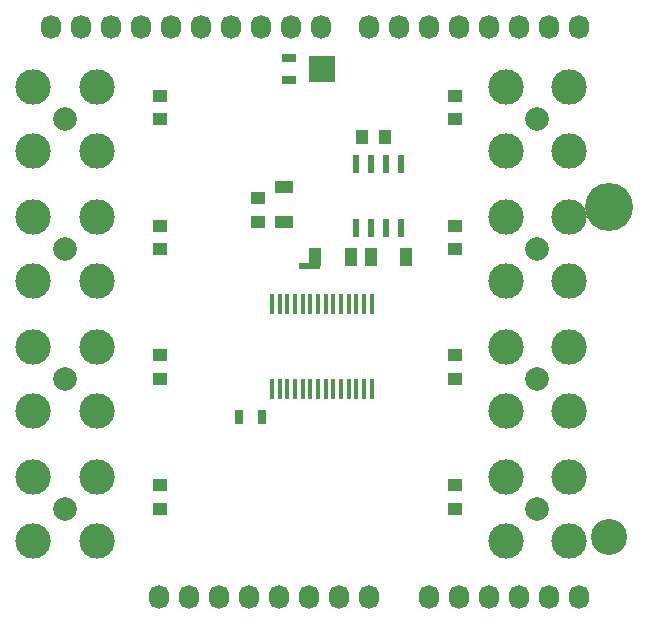
<source format=gts>
G04 #@! TF.FileFunction,Soldermask,Top*
%FSLAX46Y46*%
G04 Gerber Fmt 4.6, Leading zero omitted, Abs format (unit mm)*
G04 Created by KiCad (PCBNEW (2014-11-17 BZR 5289)-product) date Sat 24 Oct 2015 02:56:26 PM EDT*
%MOMM*%
G01*
G04 APERTURE LIST*
%ADD10C,0.100000*%
%ADD11R,0.500000X0.500000*%
%ADD12R,0.820000X0.520000*%
%ADD13R,0.600000X1.550000*%
%ADD14C,4.064000*%
%ADD15O,1.727200X2.032000*%
%ADD16C,3.048000*%
%ADD17R,1.250000X1.000000*%
%ADD18R,1.000000X1.250000*%
%ADD19R,1.000000X1.600000*%
%ADD20R,1.600000X1.000000*%
%ADD21R,0.700000X1.300000*%
%ADD22R,1.300000X0.700000*%
%ADD23R,0.450000X1.750000*%
%ADD24R,2.235200X2.235200*%
%ADD25C,1.998980*%
%ADD26C,3.000000*%
G04 APERTURE END LIST*
D10*
D11*
X151098000Y-95765000D03*
X152298000Y-95765000D03*
D12*
X151698000Y-95765000D03*
D13*
X159403000Y-87165000D03*
X158133000Y-87165000D03*
X156863000Y-87165000D03*
X155593000Y-87165000D03*
X155593000Y-92565000D03*
X156863000Y-92565000D03*
X158133000Y-92565000D03*
X159403000Y-92565000D03*
D14*
X177038000Y-90805000D03*
D15*
X138938000Y-123825000D03*
X141478000Y-123825000D03*
X144018000Y-123825000D03*
X146558000Y-123825000D03*
X149098000Y-123825000D03*
X151638000Y-123825000D03*
X154178000Y-123825000D03*
X156718000Y-123825000D03*
X161798000Y-123825000D03*
X164338000Y-123825000D03*
X166878000Y-123825000D03*
X169418000Y-123825000D03*
X171958000Y-123825000D03*
X174498000Y-123825000D03*
X129794000Y-75565000D03*
X132334000Y-75565000D03*
X134874000Y-75565000D03*
X137414000Y-75565000D03*
X139954000Y-75565000D03*
X142494000Y-75565000D03*
X145034000Y-75565000D03*
X147574000Y-75565000D03*
X150114000Y-75565000D03*
X152654000Y-75565000D03*
X156718000Y-75565000D03*
X159258000Y-75565000D03*
X161798000Y-75565000D03*
X164338000Y-75565000D03*
X166878000Y-75565000D03*
X169418000Y-75565000D03*
X171958000Y-75565000D03*
X174498000Y-75565000D03*
D16*
X177038000Y-118745000D03*
D17*
X163998000Y-83365000D03*
X163998000Y-81365000D03*
X163998000Y-94365000D03*
X163998000Y-92365000D03*
X163998000Y-105365000D03*
X163998000Y-103365000D03*
X163998000Y-116365000D03*
X163998000Y-114365000D03*
D18*
X158098000Y-84865000D03*
X156098000Y-84865000D03*
D17*
X138998000Y-116365000D03*
X138998000Y-114365000D03*
X138998000Y-105365000D03*
X138998000Y-103365000D03*
X138998000Y-94365000D03*
X138998000Y-92365000D03*
X138998000Y-83365000D03*
X138998000Y-81365000D03*
D19*
X156898000Y-95065000D03*
X159898000Y-95065000D03*
X155198000Y-95065000D03*
X152198000Y-95065000D03*
D17*
X147298000Y-90065000D03*
X147298000Y-92065000D03*
D20*
X149498000Y-89065000D03*
X149498000Y-92065000D03*
D21*
X147648000Y-108565000D03*
X145748000Y-108565000D03*
D22*
X149998000Y-78165000D03*
X149998000Y-80065000D03*
D23*
X148523000Y-106215000D03*
X149173000Y-106215000D03*
X149823000Y-106215000D03*
X150473000Y-106215000D03*
X151123000Y-106215000D03*
X151773000Y-106215000D03*
X152423000Y-106215000D03*
X153073000Y-106215000D03*
X153723000Y-106215000D03*
X154373000Y-106215000D03*
X155023000Y-106215000D03*
X155673000Y-106215000D03*
X156323000Y-106215000D03*
X156973000Y-106215000D03*
X156973000Y-99015000D03*
X156323000Y-99015000D03*
X155673000Y-99015000D03*
X155023000Y-99015000D03*
X154373000Y-99015000D03*
X153723000Y-99015000D03*
X153073000Y-99015000D03*
X152423000Y-99015000D03*
X151773000Y-99015000D03*
X151123000Y-99015000D03*
X150473000Y-99015000D03*
X149823000Y-99015000D03*
X149173000Y-99015000D03*
X148523000Y-99015000D03*
D24*
X152748000Y-79115000D03*
D25*
X170998000Y-116365000D03*
D26*
X173698020Y-119065020D03*
X173698020Y-113664980D03*
X168297980Y-113664980D03*
X168297980Y-119065020D03*
D25*
X170998000Y-105365000D03*
D26*
X173698020Y-108065020D03*
X173698020Y-102664980D03*
X168297980Y-102664980D03*
X168297980Y-108065020D03*
D25*
X170998000Y-94365000D03*
D26*
X173698020Y-97065020D03*
X173698020Y-91664980D03*
X168297980Y-91664980D03*
X168297980Y-97065020D03*
D25*
X170998000Y-83365000D03*
D26*
X173698020Y-86065020D03*
X173698020Y-80664980D03*
X168297980Y-80664980D03*
X168297980Y-86065020D03*
D25*
X130998000Y-83365000D03*
D26*
X128297980Y-80664980D03*
X128297980Y-86065020D03*
X133698020Y-86065020D03*
X133698020Y-80664980D03*
D25*
X130998000Y-94365000D03*
D26*
X128297980Y-91664980D03*
X128297980Y-97065020D03*
X133698020Y-97065020D03*
X133698020Y-91664980D03*
D25*
X130998000Y-105365000D03*
D26*
X128297980Y-102664980D03*
X128297980Y-108065020D03*
X133698020Y-108065020D03*
X133698020Y-102664980D03*
D25*
X130998000Y-116365000D03*
D26*
X128297980Y-113664980D03*
X128297980Y-119065020D03*
X133698020Y-119065020D03*
X133698020Y-113664980D03*
M02*

</source>
